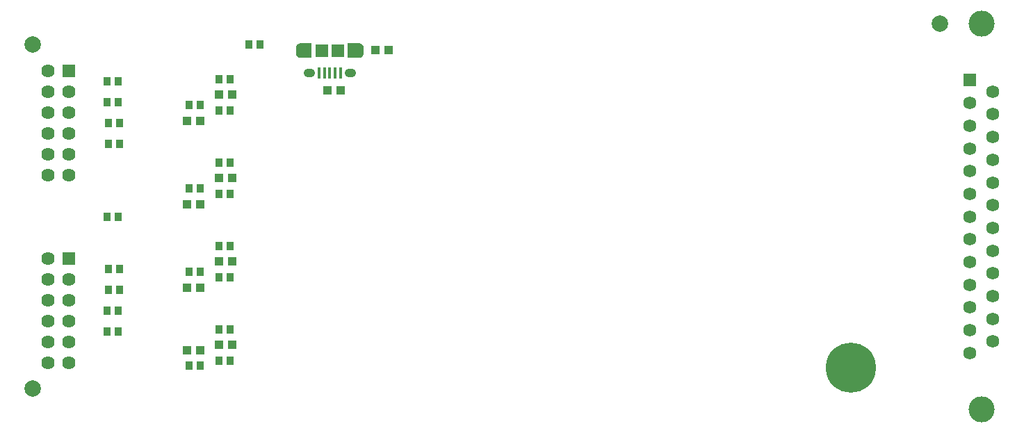
<source format=gbs>
G04*
G04 #@! TF.GenerationSoftware,Altium Limited,Altium Designer,20.2.6 (244)*
G04*
G04 Layer_Color=16711935*
%FSLAX25Y25*%
%MOIN*%
G70*
G04*
G04 #@! TF.SameCoordinates,92151F8D-A914-4CFD-8B26-E94C02A97E6A*
G04*
G04*
G04 #@! TF.FilePolarity,Negative*
G04*
G01*
G75*
%ADD27C,0.07874*%
%ADD29R,0.03543X0.04134*%
%ADD30R,0.03937X0.04331*%
%ADD31O,0.04134X0.06496*%
%ADD32O,0.05512X0.04134*%
%ADD33C,0.12500*%
%ADD34C,0.06265*%
%ADD35R,0.06265X0.06265*%
%ADD36C,0.24016*%
%ADD37C,0.00394*%
%ADD38R,0.06394X0.06394*%
%ADD39C,0.06394*%
%ADD40C,0.02500*%
%ADD57R,0.06299X0.06496*%
%ADD58R,0.01772X0.05709*%
G36*
X241339Y290575D02*
X235827D01*
X235724Y290572D01*
X235621Y290564D01*
X235519Y290551D01*
X235418Y290532D01*
X235317Y290508D01*
X235219Y290478D01*
X235121Y290444D01*
X235026Y290405D01*
X234933Y290360D01*
X234842Y290311D01*
X234755Y290257D01*
X234670Y290199D01*
X234588Y290136D01*
X234510Y290069D01*
X234435Y289998D01*
X234364Y289924D01*
X234297Y289845D01*
X234234Y289763D01*
X234176Y289678D01*
X234122Y289591D01*
X234073Y289500D01*
X234029Y289407D01*
X233989Y289312D01*
X233955Y289215D01*
X233925Y289116D01*
X233901Y289016D01*
X233882Y288914D01*
X233869Y288812D01*
X233861Y288709D01*
X233858Y288606D01*
Y285653D01*
X233861Y285550D01*
X233869Y285448D01*
X233882Y285346D01*
X233901Y285244D01*
X233925Y285144D01*
X233955Y285045D01*
X233989Y284948D01*
X234029Y284853D01*
X234073Y284760D01*
X234122Y284669D01*
X234176Y284581D01*
X234234Y284496D01*
X234297Y284415D01*
X234364Y284336D01*
X234435Y284262D01*
X234510Y284191D01*
X234588Y284124D01*
X234670Y284061D01*
X234755Y284003D01*
X234842Y283949D01*
X234933Y283900D01*
X235026Y283855D01*
X235121Y283816D01*
X235219Y283781D01*
X235317Y283752D01*
X235418Y283728D01*
X235519Y283709D01*
X235621Y283696D01*
X235724Y283688D01*
X235827Y283685D01*
X241339D01*
Y290575D01*
D02*
G37*
G36*
X264276Y283688D02*
X264379Y283696D01*
X264481Y283709D01*
X264582Y283728D01*
X264683Y283752D01*
X264781Y283781D01*
X264879Y283816D01*
X264974Y283855D01*
X265067Y283900D01*
X265158Y283949D01*
X265245Y284003D01*
X265330Y284061D01*
X265412Y284124D01*
X265490Y284191D01*
X265565Y284262D01*
X265636Y284336D01*
X265703Y284415D01*
X265766Y284496D01*
X265824Y284581D01*
X265878Y284669D01*
X265927Y284760D01*
X265971Y284853D01*
X266011Y284948D01*
X266045Y285045D01*
X266075Y285144D01*
X266099Y285244D01*
X266118Y285346D01*
X266131Y285448D01*
X266139Y285550D01*
X266142Y285653D01*
Y288606D01*
X266139Y288709D01*
X266131Y288812D01*
X266118Y288914D01*
X266099Y289016D01*
X266075Y289116D01*
X266045Y289215D01*
X266011Y289312D01*
X265971Y289407D01*
X265927Y289500D01*
X265878Y289591D01*
X265824Y289678D01*
X265766Y289763D01*
X265703Y289845D01*
X265636Y289924D01*
X265565Y289998D01*
X265490Y290069D01*
X265412Y290136D01*
X265330Y290199D01*
X265245Y290257D01*
X265158Y290311D01*
X265067Y290360D01*
X264974Y290405D01*
X264879Y290444D01*
X264781Y290478D01*
X264683Y290508D01*
X264582Y290532D01*
X264481Y290551D01*
X264379Y290564D01*
X264276Y290572D01*
X264173Y290575D01*
X258661D01*
Y283685D01*
X264173D01*
X264276Y283688D01*
D02*
G37*
D27*
X107500Y125000D02*
D03*
X542500Y300000D02*
D03*
X107500Y290000D02*
D03*
D29*
X188000Y261000D02*
D03*
X182685D02*
D03*
X188000Y221000D02*
D03*
X182685D02*
D03*
X188000Y181000D02*
D03*
X182685D02*
D03*
X188000Y136000D02*
D03*
X182685D02*
D03*
X148658Y207500D02*
D03*
X143342D02*
D03*
X211142Y290000D02*
D03*
X216458D02*
D03*
X197000Y153500D02*
D03*
X202315D02*
D03*
Y193500D02*
D03*
X197000D02*
D03*
Y233500D02*
D03*
X202315D02*
D03*
Y273500D02*
D03*
X197000D02*
D03*
X202315Y138500D02*
D03*
X197000D02*
D03*
Y178500D02*
D03*
X202315D02*
D03*
Y218500D02*
D03*
X197000D02*
D03*
Y258500D02*
D03*
X202315D02*
D03*
X143342Y152500D02*
D03*
X148658D02*
D03*
Y162500D02*
D03*
X143342D02*
D03*
X143842Y182500D02*
D03*
X149158D02*
D03*
Y172500D02*
D03*
X143842D02*
D03*
Y242500D02*
D03*
X149158D02*
D03*
Y252500D02*
D03*
X143842D02*
D03*
X143342Y262500D02*
D03*
X148658D02*
D03*
Y272500D02*
D03*
X143342D02*
D03*
D30*
X188000Y253500D02*
D03*
X181701D02*
D03*
X188000Y213500D02*
D03*
X181701D02*
D03*
X188000Y173500D02*
D03*
X181701D02*
D03*
X188000Y143500D02*
D03*
X181701D02*
D03*
X203299Y146000D02*
D03*
X197000D02*
D03*
Y186000D02*
D03*
X203299D02*
D03*
Y226000D02*
D03*
X197000D02*
D03*
Y266000D02*
D03*
X203299D02*
D03*
X248850Y268000D02*
D03*
X255150D02*
D03*
X278150Y287500D02*
D03*
X271850D02*
D03*
D31*
X263779Y287130D02*
D03*
X236221D02*
D03*
D32*
X259842Y276500D02*
D03*
X240158D02*
D03*
D33*
X562400Y114900D02*
D03*
Y300100D02*
D03*
D34*
X568000Y147550D02*
D03*
Y158450D02*
D03*
Y169350D02*
D03*
Y180250D02*
D03*
Y191150D02*
D03*
Y202050D02*
D03*
Y212950D02*
D03*
Y223850D02*
D03*
Y234750D02*
D03*
Y245650D02*
D03*
Y256550D02*
D03*
Y267450D02*
D03*
X556800Y142100D02*
D03*
Y153000D02*
D03*
Y163900D02*
D03*
Y174800D02*
D03*
Y185700D02*
D03*
Y196600D02*
D03*
Y207500D02*
D03*
Y218400D02*
D03*
Y229300D02*
D03*
Y240200D02*
D03*
Y251100D02*
D03*
Y262000D02*
D03*
D35*
Y272900D02*
D03*
D36*
X500000Y135000D02*
D03*
D37*
Y280000D02*
D03*
X115000Y207500D02*
D03*
D38*
X125000Y277500D02*
D03*
Y187500D02*
D03*
D39*
Y267500D02*
D03*
Y257500D02*
D03*
Y247500D02*
D03*
Y237500D02*
D03*
Y227500D02*
D03*
X115000D02*
D03*
Y257500D02*
D03*
Y237500D02*
D03*
Y277500D02*
D03*
Y267500D02*
D03*
Y247500D02*
D03*
X125000Y177500D02*
D03*
Y167500D02*
D03*
Y157500D02*
D03*
Y147500D02*
D03*
Y137500D02*
D03*
X115000D02*
D03*
Y167500D02*
D03*
Y147500D02*
D03*
Y187500D02*
D03*
Y177500D02*
D03*
Y157500D02*
D03*
D40*
X500000Y125000D02*
D03*
Y145000D02*
D03*
X490000Y135000D02*
D03*
X510000D02*
D03*
X507000Y128000D02*
D03*
X493000D02*
D03*
Y142000D02*
D03*
X507000D02*
D03*
D57*
X253937Y287130D02*
D03*
X246063D02*
D03*
D58*
X255118Y276500D02*
D03*
X252559D02*
D03*
X250000D02*
D03*
X247441D02*
D03*
X244882D02*
D03*
M02*

</source>
